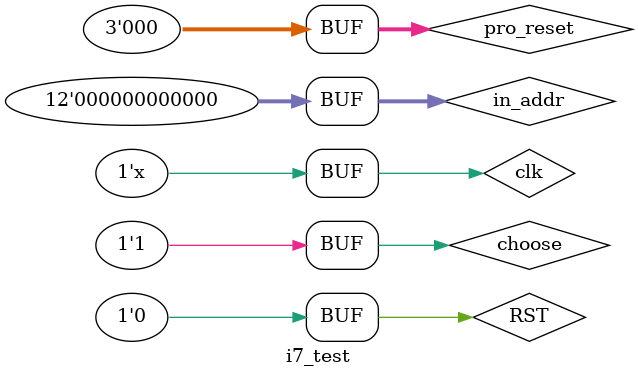
<source format=v>
module i7_test();
	reg clk,RST;
	reg [2:0]pro_reset;
	reg [11:0]in_addr;
    reg choose;
	wire [15:0]leds;
	wire [7:0]SEG;
    wire [7:0]AN;
    initial begin
    	clk = 0;
    	RST = 0;
    	pro_reset = 0;
    	in_addr = 12'b0;
        choose = 1;
        //下为iverilog+gtkwave调试所需的语句
    	$monitor("At time %t, ocnt = %d", $time, clk);
    	$dumpfile("counter_test.vcd");
		$dumpvars(0, i7test);
    end
    always #5 clk = ~clk;
	i7_6700k i7test(clk,RST,pro_reset,in_addr,choose,leds,SEG,AN);
endmodule
</source>
